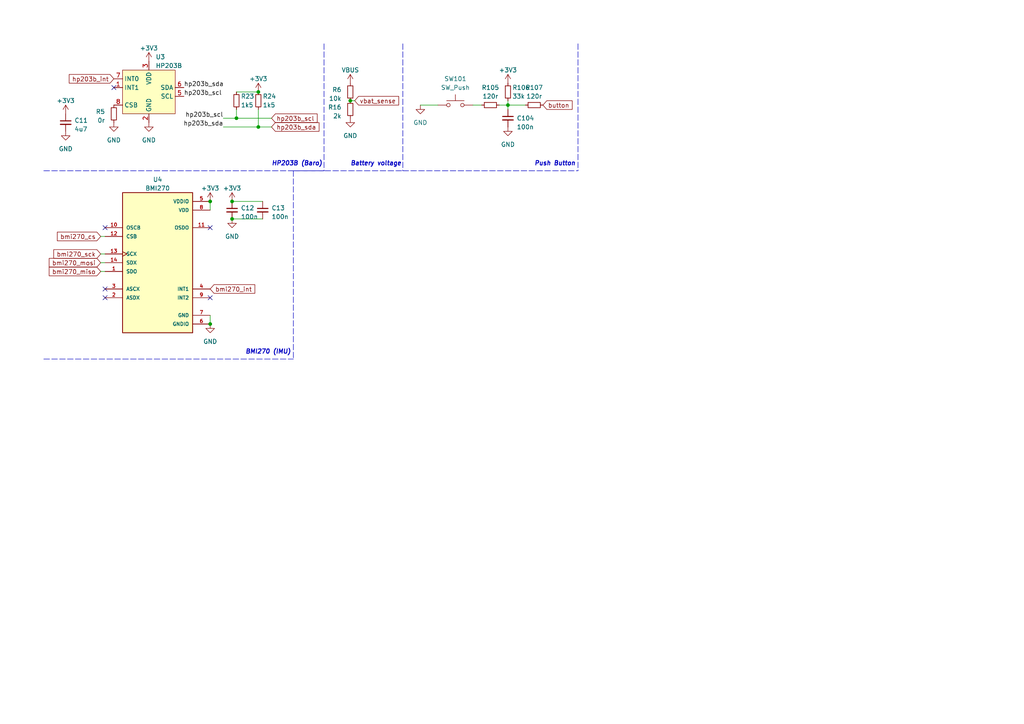
<source format=kicad_sch>
(kicad_sch (version 20230121) (generator eeschema)
  (paper "A4")
  (lib_symbols
    (symbol "BMI270:BMI270" (pin_names (offset 1.016))
      (property "Reference" "U" (at -10.16 21.082 0))
      (property "Value" "BMI270" (at -10.16 -22.86 0))
      (symbol "BMI270_0_0"
        (rectangle (start -10.16 -20.32) (end 10.16 20.32) (stroke (width 0.254)) (fill (type background)))
        (pin bidirectional line (at -15.24 -2.54 0) (length 5.08) (name "SDO") (number "1"))
        (pin input line (at -15.24 10.16 0) (length 5.08) (name "OSCB") (number "10"))
        (pin output line (at 15.24 10.16 180) (length 5.08) (name "OSDO") (number "11"))
        (pin input line (at -15.24 7.62 0) (length 5.08) (name "CSB") (number "12"))
        (pin input clock (at -15.24 2.54 0) (length 5.08) (name "SCX") (number "13"))
        (pin bidirectional line (at -15.24 0 0) (length 5.08) (name "SDX") (number "14"))
        (pin bidirectional line (at -15.24 -10.16 0) (length 5.08) (name "ASDX") (number "2"))
        (pin bidirectional line (at -15.24 -7.62 0) (length 5.08) (name "ASCX") (number "3"))
        (pin bidirectional line (at 15.24 -7.62 180) (length 5.08) (name "INT1") (number "4"))
        (pin power_in line (at 15.24 17.78 180) (length 5.08) (name "VDDIO") (number "5"))
        (pin power_in line (at 15.24 -17.78 180) (length 5.08) (name "GNDIO") (number "6"))
        (pin power_in line (at 15.24 -15.24 180) (length 5.08) (name "GND") (number "7"))
        (pin power_in line (at 15.24 15.24 180) (length 5.08) (name "VDD") (number "8"))
        (pin bidirectional line (at 15.24 -10.16 180) (length 5.08) (name "INT2") (number "9"))
      )
    )
    (symbol "Device:C_Small" (pin_numbers hide) (pin_names (offset 0.254) hide)
      (property "Reference" "C" (at 0.254 1.778 0))
      (property "Value" "C_Small" (at 0.254 -2.032 0))
      (symbol "C_Small_0_1"
        (polyline (pts (xy -1.524 -0.508) (xy 1.524 -0.508)) (stroke (width 0.3302)))
        (polyline (pts (xy -1.524 0.508) (xy 1.524 0.508)) (stroke (width 0.3048)))
      )
      (symbol "C_Small_1_1"
        (pin passive line (at 0 2.54 270) (length 2.032) (name "~") (number "1"))
        (pin passive line (at 0 -2.54 90) (length 2.032) (name "~") (number "2"))
      )
    )
    (symbol "Device:R_Small" (pin_numbers hide) (pin_names (offset 0.254) hide)
      (property "Reference" "R" (at 0.762 0.508 0))
      (property "Value" "R_Small" (at 0.762 -1.016 0))
      (symbol "R_Small_0_1"
        (rectangle (start -0.762 1.778) (end 0.762 -1.778) (stroke (width 0.2032)))
      )
      (symbol "R_Small_1_1"
        (pin passive line (at 0 2.54 270) (length 0.762) (name "~") (number "1"))
        (pin passive line (at 0 -2.54 90) (length 0.762) (name "~") (number "2"))
      )
    )
    (symbol "Switch:SW_Push" (pin_numbers hide) (pin_names (offset 1.016) hide)
      (property "Reference" "SW" (at 1.27 2.54 0))
      (property "Value" "SW_Push" (at 0 -1.524 0))
      (symbol "SW_Push_0_1"
        (circle (center -2.032 0) (radius 0.508))
        (polyline (pts (xy 0 1.27) (xy 0 3.048)))
        (polyline (pts (xy 2.54 1.27) (xy -2.54 1.27)))
        (circle (center 2.032 0) (radius 0.508))
        (pin passive line (at -5.08 0 0) (length 2.54) (name "1") (number "1"))
        (pin passive line (at 5.08 0 180) (length 2.54) (name "2") (number "2"))
      )
    )
    (symbol "impulse:HP203B"
      (property "Reference" "U" (at 0 0 0))
      (property "Value" "HP203B" (at 0 0 0))
      (symbol "HP203B_1_1"
        (rectangle (start -7.62 -8.89) (end 7.62 -21.59) (fill (type background)))
        (pin output line (at -10.16 -13.97 0) (length 2.54) (name "INT1") (number "1"))
        (pin input line (at 0 -24.13 90) (length 2.54) (name "GND") (number "2"))
        (pin input line (at 0 -6.35 270) (length 2.54) (name "VDD") (number "3"))
        (pin no_connect line (at -10.16 -16.51 0) (length 2.54) hide (name "NC") (number "4"))
        (pin input line (at 10.16 -16.51 180) (length 2.54) (name "SCL") (number "5"))
        (pin input line (at 10.16 -13.97 180) (length 2.54) (name "SDA") (number "6"))
        (pin input line (at -10.16 -11.43 0) (length 2.54) (name "INT0") (number "7"))
        (pin input line (at -10.16 -19.05 0) (length 2.54) (name "CSB") (number "8"))
      )
    )
    (symbol "power:+3V3" (power) (pin_names (offset 0))
      (property "Value" "+3V3" (at 0 3.556 0))
      (symbol "+3V3_0_1"
        (polyline (pts (xy -0.762 1.27) (xy 0 2.54)))
        (polyline (pts (xy 0 0) (xy 0 2.54)))
        (polyline (pts (xy 0 2.54) (xy 0.762 1.27)))
      )
      (symbol "+3V3_1_1"
        (pin power_in line (at 0 0 90) (length 0) hide (name "+3V3") (number "1"))
      )
    )
    (symbol "power:GND" (power) (pin_names (offset 0))
      (property "Value" "GND" (at 0 -3.81 0))
      (symbol "GND_0_1"
        (polyline (pts (xy 0 0) (xy 0 -1.27) (xy 1.27 -1.27) (xy 0 -2.54) (xy -1.27 -1.27) (xy 0 -1.27)))
      )
      (symbol "GND_1_1"
        (pin power_in line (at 0 0 270) (length 0) hide (name "GND") (number "1"))
      )
    )
    (symbol "power:VBUS" (power) (pin_names (offset 0))
      (property "Value" "VBUS" (at 0 3.81 0))
      (symbol "VBUS_0_1"
        (polyline (pts (xy -0.762 1.27) (xy 0 2.54)))
        (polyline (pts (xy 0 0) (xy 0 2.54)))
        (polyline (pts (xy 0 2.54) (xy 0.762 1.27)))
      )
      (symbol "VBUS_1_1"
        (pin power_in line (at 0 0 90) (length 0) hide (name "VBUS") (number "1"))
      )
    )
  )
  (junction (at 101.6 29.21))
  (junction (at 60.96 58.42))
  (junction (at 74.93 36.83))
  (junction (at 60.96 93.98))
  (junction (at 67.31 63.5))
  (junction (at 67.31 58.42))
  (junction (at 74.93 26.67))
  (junction (at 147.32 30.48))
  (junction (at 68.58 34.29))
  (no_connect (at 33.02 25.4))
  (no_connect (at 30.48 83.82))
  (no_connect (at 60.96 66.04))
  (no_connect (at 30.48 86.36))
  (no_connect (at 30.48 66.04))
  (no_connect (at 60.96 86.36))
  (wire (pts (xy 68.58 34.29) (xy 64.77 34.29)))
  (wire (pts (xy 29.21 76.2) (xy 30.48 76.2)))
  (wire (pts (xy 67.31 63.5) (xy 76.2 63.5)))
  (polyline (pts (xy 116.84 12.7) (xy 116.84 49.53)) (stroke (width 0) (type dash)))
  (wire (pts (xy 60.96 58.42) (xy 60.96 60.96)))
  (wire (pts (xy 60.96 91.44) (xy 60.96 93.98)))
  (wire (pts (xy 67.31 58.42) (xy 76.2 58.42)))
  (polyline (pts (xy 167.64 12.7) (xy 167.64 49.53)) (stroke (width 0) (type dash)))
  (polyline (pts (xy 12.7 104.14) (xy 85.09 104.14)) (stroke (width 0) (type dash)))
  (wire (pts (xy 78.74 36.83) (xy 74.93 36.83)))
  (polyline (pts (xy 116.84 49.53) (xy 167.64 49.53)) (stroke (width 0) (type dash)))
  (wire (pts (xy 68.58 26.67) (xy 74.93 26.67)))
  (wire (pts (xy 101.6 29.21) (xy 102.87 29.21)))
  (polyline (pts (xy 93.98 49.53) (xy 85.09 49.53)) (stroke (width 0) (type dash)))
  (wire (pts (xy 74.93 31.75) (xy 74.93 36.83)))
  (wire (pts (xy 137.16 30.48) (xy 139.7 30.48)))
  (wire (pts (xy 78.74 34.29) (xy 68.58 34.29)))
  (wire (pts (xy 74.93 36.83) (xy 64.77 36.83)))
  (polyline (pts (xy 93.98 12.7) (xy 93.98 49.53)) (stroke (width 0) (type dash)))
  (wire (pts (xy 68.58 31.75) (xy 68.58 34.29)))
  (wire (pts (xy 29.21 68.58) (xy 30.48 68.58)))
  (wire (pts (xy 147.32 29.21) (xy 147.32 30.48)))
  (wire (pts (xy 121.92 30.48) (xy 127 30.48)))
  (polyline (pts (xy 85.09 49.53) (xy 85.09 104.14)) (stroke (width 0) (type dash)))
  (wire (pts (xy 147.32 30.48) (xy 152.4 30.48)))
  (polyline (pts (xy 12.7 49.53) (xy 93.98 49.53)) (stroke (width 0) (type dash)))
  (wire (pts (xy 147.32 31.75) (xy 147.32 30.48)))
  (wire (pts (xy 144.78 30.48) (xy 147.32 30.48)))
  (wire (pts (xy 29.21 78.74) (xy 30.48 78.74)))
  (polyline (pts (xy 85.09 49.53) (xy 116.84 49.53)) (stroke (width 0) (type dash)))
  (wire (pts (xy 29.21 73.66) (xy 30.48 73.66)))
  (text "BMI270 (IMU)" (at 71.12 102.87 0) (effects (font (size 1.27 1.27) bold italic) (justify left bottom)))
  (text "HP203B (Baro)" (at 78.74 48.26 0) (effects (font (size 1.27 1.27) bold italic) (justify left bottom)))
  (text "Push Button" (at 154.94 48.26 0) (effects (font (size 1.27 1.27) (thickness 0.254) bold italic) (justify left bottom)))
  (text "Battery voltage" (at 101.6 48.26 0) (effects (font (size 1.27 1.27) (thickness 0.254) bold italic) (justify left bottom)))
  (label "hp203b_scl" (at 64.77 34.29 180))
  (label "hp203b_sda" (at 64.77 36.83 180))
  (label "hp203b_scl" (at 53.34 27.94 0))
  (label "hp203b_sda" (at 53.34 25.4 0))
  (global_label "bmi270_mosi" (shape input) (at 29.21 76.2 180) (property "Intersheetrefs" "${INTERSHEET_REFS}" (effects hide)))
  (global_label "button" (shape input) (at 157.48 30.48 0) (property "Intersheetrefs" "${INTERSHEET_REFS}" (effects hide)))
  (global_label "bmi270_sck" (shape input) (at 29.21 73.66 180) (property "Intersheetrefs" "${INTERSHEET_REFS}" (effects hide)))
  (global_label "hp203b_scl" (shape input) (at 78.74 34.29 0) (property "Intersheetrefs" "${INTERSHEET_REFS}" (effects hide)))
  (global_label "hp203b_int" (shape input) (at 33.02 22.86 180) (property "Intersheetrefs" "${INTERSHEET_REFS}" (effects hide)))
  (global_label "vbat_sense" (shape input) (at 102.87 29.21 0) (property "Intersheetrefs" "${INTERSHEET_REFS}" (effects hide)))
  (global_label "bmi270_int" (shape input) (at 60.96 83.82 0) (property "Intersheetrefs" "${INTERSHEET_REFS}" (effects hide)))
  (global_label "hp203b_sda" (shape input) (at 78.74 36.83 0) (property "Intersheetrefs" "${INTERSHEET_REFS}" (effects hide)))
  (global_label "bmi270_cs" (shape input) (at 29.21 68.58 180) (property "Intersheetrefs" "${INTERSHEET_REFS}" (effects hide)))
  (global_label "bmi270_miso" (shape input) (at 29.21 78.74 180) (property "Intersheetrefs" "${INTERSHEET_REFS}" (effects hide)))
  (symbol (lib_id "power:GND") (at 121.92 30.48 0) (unit 1)
    (property "Reference" "#PWR0111" (effects hide))
    (property "Value" "GND" (at 121.92 35.56 0))
    (instances (project "valentine" (path "" (reference "#PWR0111") (unit 1))) (project "impulse" (path "" (reference "#PWR041") (unit 1))))
  )
  (symbol (lib_id "Device:R_Small") (at 74.93 29.21 0) (unit 1)
    (property "Reference" "R24" (at 76.2 27.94 0) (effects (justify left)))
    (property "Value" "1k5" (at 76.2 30.48 0) (effects (justify left)))
  )
  (symbol (lib_id "Device:R_Small") (at 101.6 26.67 0) (mirror x) (unit 1)
    (property "Reference" "R6" (at 99.06 26.035 0) (effects (justify right)))
    (property "Value" "10k" (at 99.06 28.575 0) (effects (justify right)))
  )
  (symbol (lib_id "Device:R_Small") (at 101.6 31.75 0) (mirror x) (unit 1)
    (property "Reference" "R16" (at 99.06 31.115 0) (effects (justify right)))
    (property "Value" "2k" (at 99.06 33.655 0) (effects (justify right)))
  )
  (symbol (lib_id "Device:R_Small") (at 147.32 26.67 0) (unit 1)
    (property "Reference" "R106" (at 148.59 25.4 0) (effects (justify left)))
    (property "Value" "33k" (at 148.59 27.94 0) (effects (justify left)))
    (property "Footprint" "Resistor_SMD:R_0603_1608Metric" (effects hide))
    (instances (project "valentine" (path "" (reference "R106") (unit 1))) (project "impulse" (path "" (reference "R21") (unit 1))))
  )
  (symbol (lib_id "Device:R_Small") (at 154.94 30.48 90) (unit 1)
    (property "Reference" "R107" (at 154.94 25.4 90))
    (property "Value" "120r" (at 154.94 27.94 90))
    (property "Footprint" "Resistor_SMD:R_0603_1608Metric" (effects hide))
    (instances (project "valentine" (path "" (reference "R107") (unit 1))) (project "impulse" (path "" (reference "R22") (unit 1))))
  )
  (symbol (lib_id "power:GND") (at 60.96 93.98 0) (unit 1)
    (property "Reference" "#PWR034" (effects hide))
    (property "Value" "GND" (at 60.96 99.06 0))
  )
  (symbol (lib_id "power:GND") (at 101.6 34.29 0) (unit 1)
    (property "Reference" "#PWR039" (effects hide))
    (property "Value" "GND" (at 101.6 39.37 0))
  )
  (symbol (lib_id "power:+3V3") (at 60.96 58.42 0) (unit 1)
    (property "Reference" "#PWR035" (effects hide))
    (property "Value" "+3V3" (at 60.96 54.61 0))
  )
  (symbol (lib_id "Device:C_Small") (at 19.05 35.56 0) (unit 1)
    (property "Reference" "C11" (at 21.59 34.9313 0) (effects (justify left)))
    (property "Value" "4u7" (at 21.59 37.4713 0) (effects (justify left)))
  )
  (symbol (lib_id "Device:R_Small") (at 33.02 33.02 0) (mirror x) (unit 1)
    (property "Reference" "R5" (at 30.48 32.385 0) (effects (justify right)))
    (property "Value" "0r" (at 30.48 34.925 0) (effects (justify right)))
  )
  (symbol (lib_id "power:+3V3") (at 147.32 24.13 0) (unit 1)
    (property "Reference" "#PWR042" (effects hide))
    (property "Value" "+3V3" (at 147.32 20.32 0))
  )
  (symbol (lib_id "Device:C_Small") (at 147.32 34.29 0) (unit 1)
    (property "Reference" "C104" (at 149.86 34.29 0) (effects (justify left)))
    (property "Value" "100n" (at 149.86 36.83 0) (effects (justify left)))
    (property "Footprint" "Capacitor_SMD:C_0603_1608Metric" (effects hide))
    (instances (project "valentine" (path "" (reference "C104") (unit 1))) (project "impulse" (path "" (reference "C14") (unit 1))))
  )
  (symbol (lib_id "Device:R_Small") (at 142.24 30.48 90) (unit 1)
    (property "Reference" "R105" (at 142.24 25.4 90))
    (property "Value" "120r" (at 142.24 27.94 90))
    (property "Footprint" "Resistor_SMD:R_0603_1608Metric" (effects hide))
    (instances (project "valentine" (path "" (reference "R105") (unit 1))) (project "impulse" (path "" (reference "R20") (unit 1))))
  )
  (symbol (lib_id "Device:C_Small") (at 67.31 60.96 0) (unit 1)
    (property "Reference" "C12" (at 69.85 60.3313 0) (effects (justify left)))
    (property "Value" "100n" (at 69.85 62.8713 0) (effects (justify left)))
  )
  (symbol (lib_id "Device:R_Small") (at 68.58 29.21 0) (unit 1)
    (property "Reference" "R23" (at 69.85 27.94 0) (effects (justify left)))
    (property "Value" "1k5" (at 69.85 30.48 0) (effects (justify left)))
  )
  (symbol (lib_id "power:GND") (at 43.18 35.56 0) (unit 1)
    (property "Reference" "#PWR028" (effects hide))
    (property "Value" "GND" (at 43.18 40.64 0))
  )
  (symbol (lib_id "BMI270:BMI270") (at 45.72 76.2 0) (unit 1)
    (property "Reference" "U4" (at 45.72 52.07 0))
    (property "Value" "BMI270" (at 45.72 54.61 0))
    (property "Footprint" "XDCR_BMI270" (effects hide))
    (property "PATREV" "1.0" (effects hide))
    (property "STANDARD" "Manufacturer Recommendations" (effects hide))
    (property "MAXIMUM_PACKAGE_HEIGHT" "0.87mm" (effects hide))
    (property "MANUFACTURER" "Bosch Sensortec" (effects hide))
  )
  (symbol (lib_id "power:GND") (at 67.31 63.5 0) (unit 1)
    (property "Reference" "#PWR036" (effects hide))
    (property "Value" "GND" (at 67.31 68.58 0))
  )
  (symbol (lib_id "power:VBUS") (at 101.6 24.13 0) (unit 1)
    (property "Reference" "#PWR038" (effects hide))
    (property "Value" "VBUS" (at 101.6 20.32 0))
  )
  (symbol (lib_id "power:+3V3") (at 19.05 33.02 0) (unit 1)
    (property "Reference" "#PWR030" (effects hide))
    (property "Value" "+3V3" (at 19.05 29.21 0))
  )
  (symbol (lib_id "impulse:HP203B") (at 43.18 11.43 0) (unit 1)
    (property "Reference" "U3" (at 45.1359 16.51 0) (effects (justify left)))
    (property "Value" "HP203B" (at 45.1359 19.05 0) (effects (justify left)))
    (property "Datasheet" "https://datasheet.lcsc.com/lcsc/1811071023_HopeRF-Micro-electronics-HP203B_C138665.pdf" (effects hide))
  )
  (symbol (lib_id "Switch:SW_Push") (at 132.08 30.48 0) (unit 1)
    (property "Reference" "SW101" (at 132.08 22.86 0))
    (property "Value" "SW_Push" (at 132.08 25.4 0))
    (property "Footprint" "Button_Switch_SMD:SW_SPST_TL3342" (effects hide))
    (instances (project "valentine" (path "" (reference "SW101") (unit 1))) (project "impulse" (path "" (reference "SW1") (unit 1))))
  )
  (symbol (lib_id "power:GND") (at 147.32 36.83 0) (unit 1)
    (property "Reference" "#PWR0114" (effects hide))
    (property "Value" "GND" (at 147.32 41.91 0))
    (instances (project "valentine" (path "" (reference "#PWR0114") (unit 1))) (project "impulse" (path "" (reference "#PWR043") (unit 1))))
  )
  (symbol (lib_id "power:+3V3") (at 67.31 58.42 0) (unit 1)
    (property "Reference" "#PWR037" (effects hide))
    (property "Value" "+3V3" (at 67.31 54.61 0))
  )
  (symbol (lib_id "power:GND") (at 19.05 38.1 0) (unit 1)
    (property "Reference" "#PWR031" (effects hide))
    (property "Value" "GND" (at 19.05 43.18 0))
  )
  (symbol (lib_id "Device:C_Small") (at 76.2 60.96 0) (unit 1)
    (property "Reference" "C13" (at 78.74 60.3313 0) (effects (justify left)))
    (property "Value" "100n" (at 78.74 62.8713 0) (effects (justify left)))
  )
  (symbol (lib_id "power:GND") (at 33.02 35.56 0) (unit 1)
    (property "Reference" "#PWR029" (effects hide))
    (property "Value" "GND" (at 33.02 40.64 0))
  )
  (symbol (lib_id "power:+3V3") (at 74.93 26.67 0) (unit 1)
    (property "Reference" "#PWR044" (effects hide))
    (property "Value" "+3V3" (at 74.93 22.86 0))
  )
  (symbol (lib_id "power:+3V3") (at 43.18 17.78 0) (unit 1)
    (property "Reference" "#PWR027" (effects hide))
    (property "Value" "+3V3" (at 43.18 13.97 0))
  )
)
</source>
